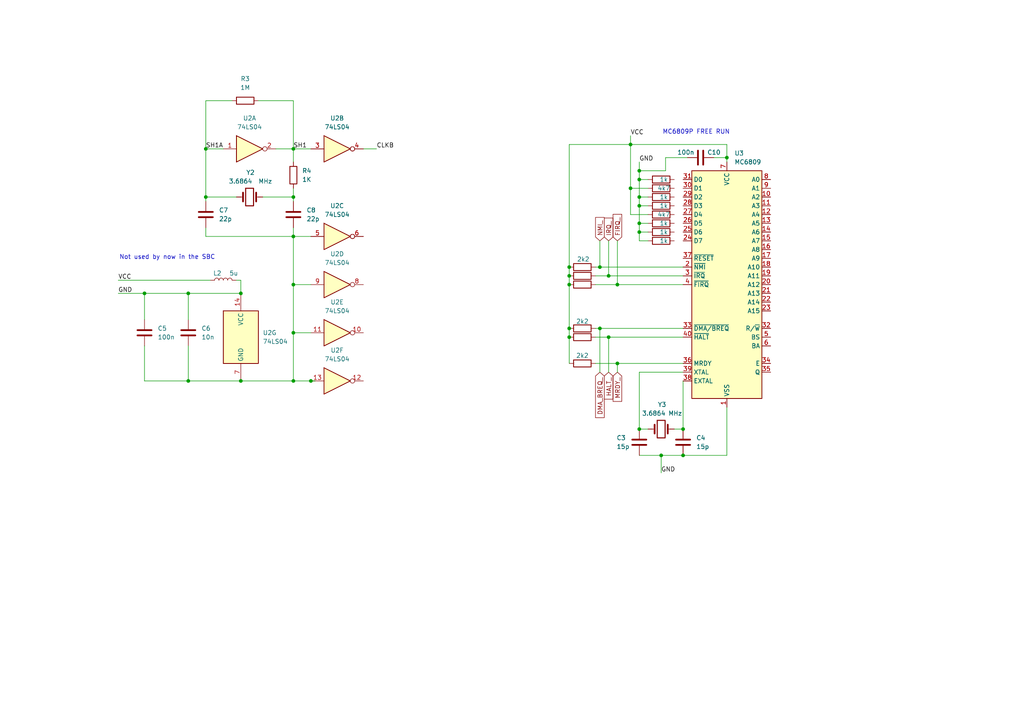
<source format=kicad_sch>
(kicad_sch (version 20231120) (generator "eeschema") (generator_version "8.0")
  (paper "A4")
  (lib_symbols
    (symbol "74xx:74LS04"
      (property "Reference" "U" (at 0 1.27 0))
      (property "Value" "74LS04" (at 0 -1.27 0))
      (symbol "74LS04_1_0"
        (polyline (pts (xy -3.81 3.81) (xy -3.81 -3.81) (xy 3.81 0) (xy -3.81 3.81)) (stroke (width 0.254)) (fill (type background)))
        (pin input line (at -7.62 0 0) (length 3.81) (name "~") (number "1"))
        (pin output inverted (at 7.62 0 180) (length 3.81) (name "~") (number "2"))
      )
      (symbol "74LS04_2_0"
        (polyline (pts (xy -3.81 3.81) (xy -3.81 -3.81) (xy 3.81 0) (xy -3.81 3.81)) (stroke (width 0.254)) (fill (type background)))
        (pin input line (at -7.62 0 0) (length 3.81) (name "~") (number "3"))
        (pin output inverted (at 7.62 0 180) (length 3.81) (name "~") (number "4"))
      )
      (symbol "74LS04_3_0"
        (polyline (pts (xy -3.81 3.81) (xy -3.81 -3.81) (xy 3.81 0) (xy -3.81 3.81)) (stroke (width 0.254)) (fill (type background)))
        (pin input line (at -7.62 0 0) (length 3.81) (name "~") (number "5"))
        (pin output inverted (at 7.62 0 180) (length 3.81) (name "~") (number "6"))
      )
      (symbol "74LS04_4_0"
        (polyline (pts (xy -3.81 3.81) (xy -3.81 -3.81) (xy 3.81 0) (xy -3.81 3.81)) (stroke (width 0.254)) (fill (type background)))
        (pin output inverted (at 7.62 0 180) (length 3.81) (name "~") (number "8"))
        (pin input line (at -7.62 0 0) (length 3.81) (name "~") (number "9"))
      )
      (symbol "74LS04_5_0"
        (polyline (pts (xy -3.81 3.81) (xy -3.81 -3.81) (xy 3.81 0) (xy -3.81 3.81)) (stroke (width 0.254)) (fill (type background)))
        (pin output inverted (at 7.62 0 180) (length 3.81) (name "~") (number "10"))
        (pin input line (at -7.62 0 0) (length 3.81) (name "~") (number "11"))
      )
      (symbol "74LS04_6_0"
        (polyline (pts (xy -3.81 3.81) (xy -3.81 -3.81) (xy 3.81 0) (xy -3.81 3.81)) (stroke (width 0.254)) (fill (type background)))
        (pin output inverted (at 7.62 0 180) (length 3.81) (name "~") (number "12"))
        (pin input line (at -7.62 0 0) (length 3.81) (name "~") (number "13"))
      )
      (symbol "74LS04_7_0"
        (pin power_in line (at 0 12.7 270) (length 5.08) (name "VCC") (number "14"))
        (pin power_in line (at 0 -12.7 90) (length 5.08) (name "GND") (number "7"))
      )
      (symbol "74LS04_7_1"
        (rectangle (start -5.08 7.62) (end 5.08 -7.62) (stroke (width 0.254)) (fill (type background)))
      )
    )
    (symbol "CPU_NXP_6800:MC6809"
      (property "Reference" "U" (at -7.62 34.29 0))
      (property "Value" "MC6809" (at 10.16 34.29 0))
      (symbol "MC6809_0_1"
        (rectangle (start -10.16 -33.02) (end 10.16 33.02) (stroke (width 0.254)) (fill (type background)))
      )
      (symbol "MC6809_1_1"
        (pin power_in line (at 0 -35.56 90) (length 2.54) (name "VSS") (number "1"))
        (pin output line (at 12.7 25.4 180) (length 2.54) (name "A2") (number "10"))
        (pin output line (at 12.7 22.86 180) (length 2.54) (name "A3") (number "11"))
        (pin output line (at 12.7 20.32 180) (length 2.54) (name "A4") (number "12"))
        (pin output line (at 12.7 17.78 180) (length 2.54) (name "A5") (number "13"))
        (pin output line (at 12.7 15.24 180) (length 2.54) (name "A6") (number "14"))
        (pin output line (at 12.7 12.7 180) (length 2.54) (name "A7") (number "15"))
        (pin output line (at 12.7 10.16 180) (length 2.54) (name "A8") (number "16"))
        (pin output line (at 12.7 7.62 180) (length 2.54) (name "A9") (number "17"))
        (pin output line (at 12.7 5.08 180) (length 2.54) (name "A10") (number "18"))
        (pin output line (at 12.7 2.54 180) (length 2.54) (name "A11") (number "19"))
        (pin input line (at -12.7 5.08 0) (length 2.54) (name "~{NMI}") (number "2"))
        (pin output line (at 12.7 0 180) (length 2.54) (name "A12") (number "20"))
        (pin output line (at 12.7 -2.54 180) (length 2.54) (name "A13") (number "21"))
        (pin output line (at 12.7 -5.08 180) (length 2.54) (name "A14") (number "22"))
        (pin output line (at 12.7 -7.62 180) (length 2.54) (name "A15") (number "23"))
        (pin bidirectional line (at -12.7 12.7 0) (length 2.54) (name "D7") (number "24"))
        (pin bidirectional line (at -12.7 15.24 0) (length 2.54) (name "D6") (number "25"))
        (pin bidirectional line (at -12.7 17.78 0) (length 2.54) (name "D5") (number "26"))
        (pin bidirectional line (at -12.7 20.32 0) (length 2.54) (name "D4") (number "27"))
        (pin bidirectional line (at -12.7 22.86 0) (length 2.54) (name "D3") (number "28"))
        (pin bidirectional line (at -12.7 25.4 0) (length 2.54) (name "D2") (number "29"))
        (pin input line (at -12.7 2.54 0) (length 2.54) (name "~{IRQ}") (number "3"))
        (pin bidirectional line (at -12.7 27.94 0) (length 2.54) (name "D1") (number "30"))
        (pin bidirectional line (at -12.7 30.48 0) (length 2.54) (name "D0") (number "31"))
        (pin output line (at 12.7 -12.7 180) (length 2.54) (name "R/~{W}") (number "32"))
        (pin input line (at -12.7 -12.7 0) (length 2.54) (name "~{DMA/BREQ}") (number "33"))
        (pin output line (at 12.7 -22.86 180) (length 2.54) (name "E") (number "34"))
        (pin output line (at 12.7 -25.4 180) (length 2.54) (name "Q") (number "35"))
        (pin input line (at -12.7 -22.86 0) (length 2.54) (name "MRDY") (number "36"))
        (pin input line (at -12.7 7.62 0) (length 2.54) (name "~{RESET}") (number "37"))
        (pin input line (at -12.7 -27.94 0) (length 2.54) (name "EXTAL") (number "38"))
        (pin input line (at -12.7 -25.4 0) (length 2.54) (name "XTAL") (number "39"))
        (pin input line (at -12.7 0 0) (length 2.54) (name "~{FIRQ}") (number "4"))
        (pin input line (at -12.7 -15.24 0) (length 2.54) (name "~{HALT}") (number "40"))
        (pin output line (at 12.7 -15.24 180) (length 2.54) (name "BS") (number "5"))
        (pin output line (at 12.7 -17.78 180) (length 2.54) (name "BA") (number "6"))
        (pin power_in line (at 0 35.56 270) (length 2.54) (name "VCC") (number "7"))
        (pin output line (at 12.7 30.48 180) (length 2.54) (name "A0") (number "8"))
        (pin output line (at 12.7 27.94 180) (length 2.54) (name "A1") (number "9"))
      )
    )
    (symbol "Device:C" (pin_numbers hide) (pin_names (offset 0.254))
      (property "Reference" "C" (at 0.635 2.54 0))
      (property "Value" "C" (at 0.635 -2.54 0))
      (symbol "C_0_1"
        (polyline (pts (xy -2.032 -0.762) (xy 2.032 -0.762)) (stroke (width 0.508)))
        (polyline (pts (xy -2.032 0.762) (xy 2.032 0.762)) (stroke (width 0.508)))
      )
      (symbol "C_1_1"
        (pin passive line (at 0 3.81 270) (length 2.794) (name "~") (number "1"))
        (pin passive line (at 0 -3.81 90) (length 2.794) (name "~") (number "2"))
      )
    )
    (symbol "Device:Crystal" (pin_numbers hide) (pin_names (offset 1.016) hide)
      (property "Reference" "Y" (at 0 3.81 0))
      (property "Value" "Crystal" (at 0 -3.81 0))
      (symbol "Crystal_0_1"
        (rectangle (start -1.143 2.54) (end 1.143 -2.54) (stroke (width 0.3048)))
        (polyline (pts (xy -2.54 0) (xy -1.905 0)))
        (polyline (pts (xy -1.905 -1.27) (xy -1.905 1.27)) (stroke (width 0.508)))
        (polyline (pts (xy 1.905 -1.27) (xy 1.905 1.27)) (stroke (width 0.508)))
        (polyline (pts (xy 2.54 0) (xy 1.905 0)))
      )
      (symbol "Crystal_1_1"
        (pin passive line (at -3.81 0 0) (length 1.27) (name "1") (number "1"))
        (pin passive line (at 3.81 0 180) (length 1.27) (name "2") (number "2"))
      )
    )
    (symbol "Device:L" (pin_numbers hide) (pin_names (offset 1.016) hide)
      (property "Reference" "L" (at -1.27 0 90))
      (property "Value" "L" (at 1.905 0 90))
      (symbol "L_0_1"
        (arc (start 0 -2.54) (mid 0.6323 -1.905) (end 0 -1.27))
        (arc (start 0 -1.27) (mid 0.6323 -0.635) (end 0 0))
        (arc (start 0 0) (mid 0.6323 0.635) (end 0 1.27))
        (arc (start 0 1.27) (mid 0.6323 1.905) (end 0 2.54))
      )
      (symbol "L_1_1"
        (pin passive line (at 0 3.81 270) (length 1.27) (name "1") (number "1"))
        (pin passive line (at 0 -3.81 90) (length 1.27) (name "2") (number "2"))
      )
    )
    (symbol "Device:R" (pin_numbers hide) (pin_names (offset 0))
      (property "Reference" "R" (at 2.032 0 90))
      (property "Value" "R" (at 0 0 90))
      (symbol "R_0_1"
        (rectangle (start -1.016 -2.54) (end 1.016 2.54) (stroke (width 0.254)))
      )
      (symbol "R_1_1"
        (pin passive line (at 0 3.81 270) (length 1.27) (name "~") (number "1"))
        (pin passive line (at 0 -3.81 90) (length 1.27) (name "~") (number "2"))
      )
    )
  )
  (junction (at 173.99 95.25))
  (junction (at 173.99 77.47))
  (junction (at 176.53 80.01))
  (junction (at 54.61 85.09))
  (junction (at 198.12 124.46))
  (junction (at 85.09 57.15))
  (junction (at 179.07 105.41))
  (junction (at 210.82 45.72))
  (junction (at 185.42 57.15))
  (junction (at 85.09 82.55))
  (junction (at 185.42 124.46))
  (junction (at 176.53 97.79))
  (junction (at 165.1 95.25))
  (junction (at 90.17 110.49))
  (junction (at 179.07 82.55))
  (junction (at 182.88 41.91))
  (junction (at 185.42 64.77))
  (junction (at 165.1 80.01))
  (junction (at 185.42 59.69))
  (junction (at 54.61 110.49))
  (junction (at 165.1 82.55))
  (junction (at 191.77 132.08))
  (junction (at 69.85 110.49))
  (junction (at 165.1 97.79))
  (junction (at 85.09 68.58))
  (junction (at 185.42 52.07))
  (junction (at 69.85 85.09))
  (junction (at 198.12 132.08))
  (junction (at 185.42 49.53))
  (junction (at 85.09 110.49))
  (junction (at 182.88 54.61))
  (junction (at 85.09 96.52))
  (junction (at 59.69 57.15))
  (junction (at 85.09 43.18))
  (junction (at 41.91 85.09))
  (junction (at 165.1 77.47))
  (junction (at 59.69 43.18))
  (junction (at 185.42 67.31))
  (wire (pts (xy 172.72 97.79) (xy 176.53 97.79)))
  (wire (pts (xy 176.53 80.01) (xy 198.12 80.01)))
  (wire (pts (xy 59.69 29.21) (xy 59.69 43.18)))
  (wire (pts (xy 165.1 80.01) (xy 165.1 82.55)))
  (wire (pts (xy 69.85 110.49) (xy 85.09 110.49)))
  (wire (pts (xy 85.09 110.49) (xy 85.09 96.52)))
  (wire (pts (xy 210.82 46.99) (xy 210.82 45.72)))
  (wire (pts (xy 59.69 29.21) (xy 67.31 29.21)))
  (wire (pts (xy 90.17 82.55) (xy 85.09 82.55)))
  (wire (pts (xy 54.61 85.09) (xy 69.85 85.09)))
  (wire (pts (xy 41.91 100.33) (xy 41.91 110.49)))
  (wire (pts (xy 185.42 46.99) (xy 185.42 49.53)))
  (wire (pts (xy 85.09 82.55) (xy 85.09 68.58)))
  (wire (pts (xy 105.41 43.18) (xy 109.22 43.18)))
  (wire (pts (xy 185.42 69.85) (xy 185.42 67.31)))
  (wire (pts (xy 85.09 54.61) (xy 85.09 57.15)))
  (wire (pts (xy 173.99 69.85) (xy 173.99 77.47)))
  (wire (pts (xy 59.69 66.04) (xy 59.69 68.58)))
  (wire (pts (xy 198.12 110.49) (xy 198.12 124.46)))
  (wire (pts (xy 185.42 64.77) (xy 185.42 59.69)))
  (wire (pts (xy 182.88 54.61) (xy 187.96 54.61)))
  (wire (pts (xy 59.69 43.18) (xy 59.69 57.15)))
  (wire (pts (xy 191.77 132.08) (xy 198.12 132.08)))
  (wire (pts (xy 210.82 45.72) (xy 210.82 41.91)))
  (wire (pts (xy 165.1 95.25) (xy 165.1 97.79)))
  (wire (pts (xy 187.96 62.23) (xy 182.88 62.23)))
  (wire (pts (xy 34.29 81.28) (xy 60.96 81.28)))
  (wire (pts (xy 179.07 107.95) (xy 179.07 105.41)))
  (wire (pts (xy 165.1 41.91) (xy 182.88 41.91)))
  (wire (pts (xy 182.88 41.91) (xy 182.88 54.61)))
  (wire (pts (xy 172.72 95.25) (xy 173.99 95.25)))
  (wire (pts (xy 185.42 59.69) (xy 185.42 57.15)))
  (wire (pts (xy 176.53 69.85) (xy 176.53 80.01)))
  (wire (pts (xy 54.61 92.71) (xy 54.61 85.09)))
  (wire (pts (xy 85.09 66.04) (xy 85.09 68.58)))
  (wire (pts (xy 76.2 57.15) (xy 85.09 57.15)))
  (wire (pts (xy 59.69 58.42) (xy 59.69 57.15)))
  (wire (pts (xy 210.82 41.91) (xy 182.88 41.91)))
  (wire (pts (xy 185.42 49.53) (xy 185.42 52.07)))
  (wire (pts (xy 68.58 81.28) (xy 69.85 81.28)))
  (wire (pts (xy 198.12 107.95) (xy 185.42 107.95)))
  (wire (pts (xy 165.1 77.47) (xy 165.1 41.91)))
  (wire (pts (xy 210.82 118.11) (xy 210.82 132.08)))
  (wire (pts (xy 185.42 59.69) (xy 187.96 59.69)))
  (wire (pts (xy 185.42 124.46) (xy 187.96 124.46)))
  (wire (pts (xy 207.01 45.72) (xy 210.82 45.72)))
  (wire (pts (xy 195.58 124.46) (xy 198.12 124.46)))
  (wire (pts (xy 165.1 97.79) (xy 165.1 105.41)))
  (wire (pts (xy 172.72 105.41) (xy 179.07 105.41)))
  (wire (pts (xy 85.09 43.18) (xy 90.17 43.18)))
  (wire (pts (xy 90.17 110.49) (xy 85.09 110.49)))
  (wire (pts (xy 179.07 82.55) (xy 198.12 82.55)))
  (wire (pts (xy 85.09 96.52) (xy 85.09 82.55)))
  (wire (pts (xy 199.39 45.72) (xy 193.04 45.72)))
  (wire (pts (xy 165.1 82.55) (xy 165.1 95.25)))
  (wire (pts (xy 193.04 45.72) (xy 193.04 49.53)))
  (wire (pts (xy 80.01 43.18) (xy 85.09 43.18)))
  (wire (pts (xy 85.09 29.21) (xy 85.09 43.18)))
  (wire (pts (xy 191.77 132.08) (xy 191.77 137.16)))
  (wire (pts (xy 173.99 77.47) (xy 198.12 77.47)))
  (wire (pts (xy 182.88 39.37) (xy 182.88 41.91)))
  (wire (pts (xy 179.07 105.41) (xy 198.12 105.41)))
  (wire (pts (xy 59.69 43.18) (xy 64.77 43.18)))
  (wire (pts (xy 69.85 85.09) (xy 69.85 81.28)))
  (wire (pts (xy 185.42 67.31) (xy 187.96 67.31)))
  (wire (pts (xy 85.09 57.15) (xy 85.09 58.42)))
  (wire (pts (xy 54.61 100.33) (xy 54.61 110.49)))
  (wire (pts (xy 41.91 85.09) (xy 54.61 85.09)))
  (wire (pts (xy 185.42 107.95) (xy 185.42 124.46)))
  (wire (pts (xy 59.69 68.58) (xy 85.09 68.58)))
  (wire (pts (xy 85.09 43.18) (xy 85.09 46.99)))
  (wire (pts (xy 74.93 29.21) (xy 85.09 29.21)))
  (wire (pts (xy 187.96 69.85) (xy 185.42 69.85)))
  (wire (pts (xy 185.42 132.08) (xy 191.77 132.08)))
  (wire (pts (xy 90.17 96.52) (xy 85.09 96.52)))
  (wire (pts (xy 172.72 82.55) (xy 179.07 82.55)))
  (wire (pts (xy 185.42 52.07) (xy 187.96 52.07)))
  (wire (pts (xy 185.42 57.15) (xy 185.42 52.07)))
  (wire (pts (xy 173.99 107.95) (xy 173.99 95.25)))
  (wire (pts (xy 34.29 85.09) (xy 41.91 85.09)))
  (wire (pts (xy 54.61 110.49) (xy 69.85 110.49)))
  (wire (pts (xy 59.69 57.15) (xy 68.58 57.15)))
  (wire (pts (xy 176.53 97.79) (xy 198.12 97.79)))
  (wire (pts (xy 172.72 80.01) (xy 176.53 80.01)))
  (wire (pts (xy 193.04 49.53) (xy 185.42 49.53)))
  (wire (pts (xy 172.72 77.47) (xy 173.99 77.47)))
  (wire (pts (xy 179.07 69.85) (xy 179.07 82.55)))
  (wire (pts (xy 165.1 77.47) (xy 165.1 80.01)))
  (wire (pts (xy 185.42 67.31) (xy 185.42 64.77)))
  (wire (pts (xy 185.42 57.15) (xy 187.96 57.15)))
  (wire (pts (xy 182.88 62.23) (xy 182.88 54.61)))
  (wire (pts (xy 198.12 132.08) (xy 210.82 132.08)))
  (wire (pts (xy 41.91 110.49) (xy 54.61 110.49)))
  (wire (pts (xy 85.09 68.58) (xy 90.17 68.58)))
  (wire (pts (xy 173.99 95.25) (xy 198.12 95.25)))
  (wire (pts (xy 185.42 64.77) (xy 187.96 64.77)))
  (wire (pts (xy 91.44 110.49) (xy 90.17 110.49)))
  (wire (pts (xy 41.91 92.71) (xy 41.91 85.09)))
  (wire (pts (xy 176.53 107.95) (xy 176.53 97.79)))
  (text "MC6809P FREE RUN" (at 201.93 38.354 0) (effects (font (size 1.27 1.27))))
  (text "Not used by now in the SBC" (at 48.514 74.676 0) (effects (font (size 1.27 1.27))))
  (label "SH1A" (at 59.69 43.18 0))
  (label "GND" (at 191.77 137.16 0))
  (label "SH1" (at 85.09 43.18 0))
  (label "GND" (at 34.29 85.09 0))
  (label "CLKB" (at 109.22 43.18 0))
  (label "VCC" (at 34.29 81.28 0))
  (label "VCC" (at 182.88 39.37 0))
  (label "GND" (at 185.42 46.99 0))
  (global_label "DMA_BREQ_" (shape input) (at 173.99 107.95 270) (property "Intersheetrefs" "${INTERSHEET_REFS}" (effects (hide yes))))
  (global_label "HALT_" (shape input) (at 176.53 107.95 270) (property "Intersheetrefs" "${INTERSHEET_REFS}" (effects (hide yes))))
  (global_label "MRDY_" (shape input) (at 179.07 107.95 270) (property "Intersheetrefs" "${INTERSHEET_REFS}" (effects (hide yes))))
  (global_label "IRQ_" (shape input) (at 176.53 69.85 90) (property "Intersheetrefs" "${INTERSHEET_REFS}" (effects (hide yes))))
  (global_label "FIRQ_" (shape input) (at 179.07 69.85 90) (property "Intersheetrefs" "${INTERSHEET_REFS}" (effects (hide yes))))
  (global_label "NMI_" (shape input) (at 173.99 69.85 90) (property "Intersheetrefs" "${INTERSHEET_REFS}" (effects (hide yes))))
  (symbol (lib_id "Device:R") (at 191.77 52.07 270) (unit 1)
    (property "Reference" "R15" (effects (hide yes)))
    (property "Value" "1k" (at 192.532 52.07 90))
    (property "Footprint" "Resistor_THT:R_Axial_DIN0207_L6.3mm_D2.5mm_P7.62mm_Horizontal" (effects (hide yes)))
    (property "Description" "Resistor" (effects (hide yes)))
  )
  (symbol (lib_id "Device:R") (at 191.77 64.77 270) (unit 1)
    (property "Reference" "R18" (effects (hide yes)))
    (property "Value" "1k" (at 192.532 64.77 90))
    (property "Footprint" "Resistor_THT:R_Axial_DIN0207_L6.3mm_D2.5mm_P7.62mm_Horizontal" (effects (hide yes)))
    (property "Description" "Resistor" (effects (hide yes)))
  )
  (symbol (lib_id "74xx:74LS04") (at 97.79 82.55 0) (unit 4)
    (property "Reference" "U2" (at 97.79 73.66 0))
    (property "Value" "74LS04" (at 97.79 76.2 0))
    (property "Datasheet" "http://www.ti.com/lit/gpn/sn74LS04" (effects (hide yes)))
    (property "Description" "Hex Inverter" (effects (hide yes)))
  )
  (symbol (lib_id "Device:C") (at 85.09 62.23 0) (unit 1)
    (property "Reference" "C8" (at 88.9 60.9599 0) (effects (justify left)))
    (property "Value" "22p" (at 88.9 63.4999 0) (effects (justify left)))
    (property "Footprint" "Capacitor_THT:C_Disc_D3.0mm_W1.6mm_P2.50mm" (effects (hide yes)))
    (property "Description" "Unpolarized capacitor" (effects (hide yes)))
  )
  (symbol (lib_id "Device:C") (at 59.69 62.23 0) (unit 1)
    (property "Reference" "C7" (at 63.5 60.9599 0) (effects (justify left)))
    (property "Value" "22p" (at 63.5 63.4999 0) (effects (justify left)))
    (property "Footprint" "Capacitor_THT:C_Disc_D3.0mm_W1.6mm_P2.50mm" (effects (hide yes)))
    (property "Description" "Unpolarized capacitor" (effects (hide yes)))
  )
  (symbol (lib_id "CPU_NXP_6800:MC6809") (at 210.82 82.55 0) (unit 1)
    (property "Reference" "U3" (at 213.0141 44.45 0) (effects (justify left)))
    (property "Value" "MC6809" (at 213.0141 46.99 0) (effects (justify left)))
    (property "Footprint" "Package_DIP:DIP-40_W15.24mm" (effects (hide yes)))
    (property "Datasheet" "http://pdf.datasheetcatalog.com/datasheet/motorola/MC68B09S.pdf" (effects (hide yes)))
    (property "Description" "8-Bit Microprocessing unit 1.0MHz, DIP-40" (effects (hide yes)))
  )
  (symbol (lib_id "Device:R") (at 191.77 69.85 270) (unit 1)
    (property "Reference" "R16" (effects (hide yes)))
    (property "Value" "1k" (at 192.532 69.85 90))
    (property "Footprint" "Resistor_THT:R_Axial_DIN0207_L6.3mm_D2.5mm_P7.62mm_Horizontal" (effects (hide yes)))
    (property "Description" "Resistor" (effects (hide yes)))
  )
  (symbol (lib_id "74xx:74LS04") (at 97.79 96.52 0) (unit 5)
    (property "Reference" "U2" (at 97.79 87.63 0))
    (property "Value" "74LS04" (at 97.79 90.17 0))
    (property "Datasheet" "http://www.ti.com/lit/gpn/sn74LS04" (effects (hide yes)))
    (property "Description" "Hex Inverter" (effects (hide yes)))
  )
  (symbol (lib_id "Device:R") (at 191.77 67.31 270) (unit 1)
    (property "Reference" "R17" (effects (hide yes)))
    (property "Value" "1k" (at 192.532 67.31 90))
    (property "Footprint" "Resistor_THT:R_Axial_DIN0207_L6.3mm_D2.5mm_P7.62mm_Horizontal" (effects (hide yes)))
    (property "Description" "Resistor" (effects (hide yes)))
  )
  (symbol (lib_id "Device:R") (at 168.91 82.55 270) (unit 1)
    (property "Reference" "R11" (effects (hide yes)))
    (property "Value" "2k2" (effects (hide yes)))
    (property "Footprint" "Resistor_THT:R_Axial_DIN0207_L6.3mm_D2.5mm_P7.62mm_Horizontal" (effects (hide yes)))
    (property "Description" "Resistor" (effects (hide yes)))
  )
  (symbol (lib_id "Device:R") (at 168.91 95.25 270) (unit 1)
    (property "Reference" "R12" (effects (hide yes)))
    (property "Value" "2k2" (at 168.91 93.218 90))
    (property "Footprint" "Resistor_THT:R_Axial_DIN0207_L6.3mm_D2.5mm_P7.62mm_Horizontal" (effects (hide yes)))
    (property "Description" "Resistor" (effects (hide yes)))
  )
  (symbol (lib_id "74xx:74LS04") (at 97.79 110.49 0) (unit 6)
    (property "Reference" "U2" (at 97.79 101.6 0))
    (property "Value" "74LS04" (at 97.79 104.14 0))
    (property "Datasheet" "http://www.ti.com/lit/gpn/sn74LS04" (effects (hide yes)))
    (property "Description" "Hex Inverter" (effects (hide yes)))
  )
  (symbol (lib_id "74xx:74LS04") (at 97.79 43.18 0) (unit 2)
    (property "Reference" "U2" (at 97.79 34.29 0))
    (property "Value" "74LS04" (at 97.79 36.83 0))
    (property "Datasheet" "http://www.ti.com/lit/gpn/sn74LS04" (effects (hide yes)))
    (property "Description" "Hex Inverter" (effects (hide yes)))
  )
  (symbol (lib_id "Device:C") (at 198.12 128.27 0) (unit 1)
    (property "Reference" "C4" (at 201.93 126.9999 0) (effects (justify left)))
    (property "Value" "15p" (at 201.93 129.5399 0) (effects (justify left)))
    (property "Footprint" "Capacitor_THT:C_Disc_D3.0mm_W1.6mm_P2.50mm" (effects (hide yes)))
    (property "Description" "Unpolarized capacitor" (effects (hide yes)))
  )
  (symbol (lib_id "Device:C") (at 203.2 45.72 90) (unit 1)
    (property "Reference" "C10" (at 209.042 44.196 90) (effects (justify left)))
    (property "Value" "100n" (at 201.422 44.196 90) (effects (justify left)))
    (property "Footprint" "Capacitor_THT:C_Disc_D3.0mm_W1.6mm_P2.50mm" (effects (hide yes)))
    (property "Description" "Unpolarized capacitor" (effects (hide yes)))
  )
  (symbol (lib_id "Device:R") (at 71.12 29.21 270) (unit 1)
    (property "Reference" "R3" (at 71.12 22.86 90))
    (property "Value" "1M" (at 71.12 25.4 90))
    (property "Footprint" "Resistor_THT:R_Axial_DIN0207_L6.3mm_D2.5mm_P7.62mm_Horizontal" (effects (hide yes)))
    (property "Description" "Resistor" (effects (hide yes)))
  )
  (symbol (lib_id "Device:R") (at 168.91 105.41 270) (unit 1)
    (property "Reference" "R14" (effects (hide yes)))
    (property "Value" "2k2" (at 168.91 103.124 90))
    (property "Footprint" "Resistor_THT:R_Axial_DIN0207_L6.3mm_D2.5mm_P7.62mm_Horizontal" (effects (hide yes)))
    (property "Description" "Resistor" (effects (hide yes)))
  )
  (symbol (lib_id "Device:R") (at 85.09 50.8 0) (unit 1)
    (property "Reference" "R4" (at 87.63 49.5299 0) (effects (justify left)))
    (property "Value" "1K" (at 87.63 52.0699 0) (effects (justify left)))
    (property "Footprint" "Resistor_THT:R_Axial_DIN0207_L6.3mm_D2.5mm_P7.62mm_Horizontal" (effects (hide yes)))
    (property "Description" "Resistor" (effects (hide yes)))
  )
  (symbol (lib_id "74xx:74LS04") (at 72.39 43.18 0) (unit 1)
    (property "Reference" "U2" (at 72.39 34.29 0))
    (property "Value" "74LS04" (at 72.39 36.83 0))
    (property "Datasheet" "http://www.ti.com/lit/gpn/sn74LS04" (effects (hide yes)))
    (property "Description" "Hex Inverter" (effects (hide yes)))
  )
  (symbol (lib_id "Device:R") (at 168.91 77.47 270) (unit 1)
    (property "Reference" "R9" (effects (hide yes)))
    (property "Value" "2k2" (at 169.164 75.184 90))
    (property "Footprint" "Resistor_THT:R_Axial_DIN0207_L6.3mm_D2.5mm_P7.62mm_Horizontal" (effects (hide yes)))
    (property "Description" "Resistor" (effects (hide yes)))
  )
  (symbol (lib_id "Device:C") (at 185.42 128.27 0) (unit 1)
    (property "Reference" "C3" (at 178.816 127 0) (effects (justify left)))
    (property "Value" "15p" (at 178.816 129.54 0) (effects (justify left)))
    (property "Footprint" "Capacitor_THT:C_Disc_D3.0mm_W1.6mm_P2.50mm" (effects (hide yes)))
    (property "Description" "Unpolarized capacitor" (effects (hide yes)))
  )
  (symbol (lib_id "Device:R") (at 191.77 57.15 270) (unit 1)
    (property "Reference" "R21" (effects (hide yes)))
    (property "Value" "1k" (at 192.532 57.15 90))
    (property "Footprint" "Resistor_THT:R_Axial_DIN0207_L6.3mm_D2.5mm_P7.62mm_Horizontal" (effects (hide yes)))
    (property "Description" "Resistor" (effects (hide yes)))
  )
  (symbol (lib_id "Device:R") (at 191.77 54.61 270) (unit 1)
    (property "Reference" "R20" (effects (hide yes)))
    (property "Value" "4k7" (at 192.532 54.61 90))
    (property "Footprint" "Resistor_THT:R_Axial_DIN0207_L6.3mm_D2.5mm_P7.62mm_Horizontal" (effects (hide yes)))
    (property "Description" "Resistor" (effects (hide yes)))
  )
  (symbol (lib_id "Device:R") (at 168.91 97.79 270) (unit 1)
    (property "Reference" "R13" (effects (hide yes)))
    (property "Value" "2k2" (effects (hide yes)))
    (property "Footprint" "Resistor_THT:R_Axial_DIN0207_L6.3mm_D2.5mm_P7.62mm_Horizontal" (effects (hide yes)))
    (property "Description" "Resistor" (effects (hide yes)))
  )
  (symbol (lib_id "Device:Crystal") (at 72.39 57.15 0) (unit 1)
    (property "Reference" "Y2" (at 72.644 50.038 0))
    (property "Value" "3.6864  MHz" (at 72.644 52.578 0))
    (property "Footprint" "Crystal:Resonator-2Pin_W10.0mm_H5.0mm" (effects (hide yes)))
    (property "Description" "Two pin crystal" (effects (hide yes)))
  )
  (symbol (lib_id "Device:L") (at 64.77 81.28 90) (unit 1)
    (property "Reference" "L2" (at 64.262 79.248 90) (effects (justify left)))
    (property "Value" "5u" (at 69.088 79.248 90) (effects (justify left)))
    (property "Description" "Inductor" (effects (hide yes)))
  )
  (symbol (lib_id "Device:Crystal") (at 191.77 124.46 0) (unit 1)
    (property "Reference" "Y3" (at 192.024 117.348 0))
    (property "Value" "3.6864 MHz" (at 192.024 119.888 0))
    (property "Footprint" "Crystal:Resonator-2Pin_W10.0mm_H5.0mm" (effects (hide yes)))
    (property "Description" "Two pin crystal" (effects (hide yes)))
  )
  (symbol (lib_id "Device:C") (at 54.61 96.52 0) (unit 1)
    (property "Reference" "C6" (at 58.42 95.2499 0) (effects (justify left)))
    (property "Value" "10n" (at 58.42 97.7899 0) (effects (justify left)))
    (property "Footprint" "Capacitor_THT:C_Disc_D3.0mm_W1.6mm_P2.50mm" (effects (hide yes)))
    (property "Description" "Unpolarized capacitor" (effects (hide yes)))
  )
  (symbol (lib_id "Device:R") (at 191.77 62.23 270) (unit 1)
    (property "Reference" "R19" (effects (hide yes)))
    (property "Value" "4k7" (at 192.532 62.23 90))
    (property "Footprint" "Resistor_THT:R_Axial_DIN0207_L6.3mm_D2.5mm_P7.62mm_Horizontal" (effects (hide yes)))
    (property "Description" "Resistor" (effects (hide yes)))
  )
  (symbol (lib_id "Device:C") (at 41.91 96.52 0) (unit 1)
    (property "Reference" "C5" (at 45.72 95.2499 0) (effects (justify left)))
    (property "Value" "100n" (at 45.72 97.7899 0) (effects (justify left)))
    (property "Footprint" "Capacitor_THT:C_Disc_D3.0mm_W1.6mm_P2.50mm" (effects (hide yes)))
    (property "Description" "Unpolarized capacitor" (effects (hide yes)))
  )
  (symbol (lib_id "Device:R") (at 191.77 59.69 270) (unit 1)
    (property "Reference" "R22" (effects (hide yes)))
    (property "Value" "1k" (at 192.532 59.69 90))
    (property "Footprint" "Resistor_THT:R_Axial_DIN0207_L6.3mm_D2.5mm_P7.62mm_Horizontal" (effects (hide yes)))
    (property "Description" "Resistor" (effects (hide yes)))
  )
  (symbol (lib_id "74xx:74LS04") (at 69.85 97.79 0) (unit 7)
    (property "Reference" "U2" (at 76.2 96.5199 0) (effects (justify left)))
    (property "Value" "74LS04" (at 76.2 99.0599 0) (effects (justify left)))
    (property "Datasheet" "http://www.ti.com/lit/gpn/sn74LS04" (effects (hide yes)))
    (property "Description" "Hex Inverter" (effects (hide yes)))
  )
  (symbol (lib_id "74xx:74LS04") (at 97.79 68.58 0) (unit 3)
    (property "Reference" "U2" (at 97.79 59.69 0))
    (property "Value" "74LS04" (at 97.79 62.23 0))
    (property "Datasheet" "http://www.ti.com/lit/gpn/sn74LS04" (effects (hide yes)))
    (property "Description" "Hex Inverter" (effects (hide yes)))
  )
  (symbol (lib_id "Device:R") (at 168.91 80.01 270) (unit 1)
    (property "Reference" "R10" (effects (hide yes)))
    (property "Value" "2k2" (effects (hide yes)))
    (property "Footprint" "Resistor_THT:R_Axial_DIN0207_L6.3mm_D2.5mm_P7.62mm_Horizontal" (effects (hide yes)))
    (property "Description" "Resistor" (effects (hide yes)))
  )
)
</source>
